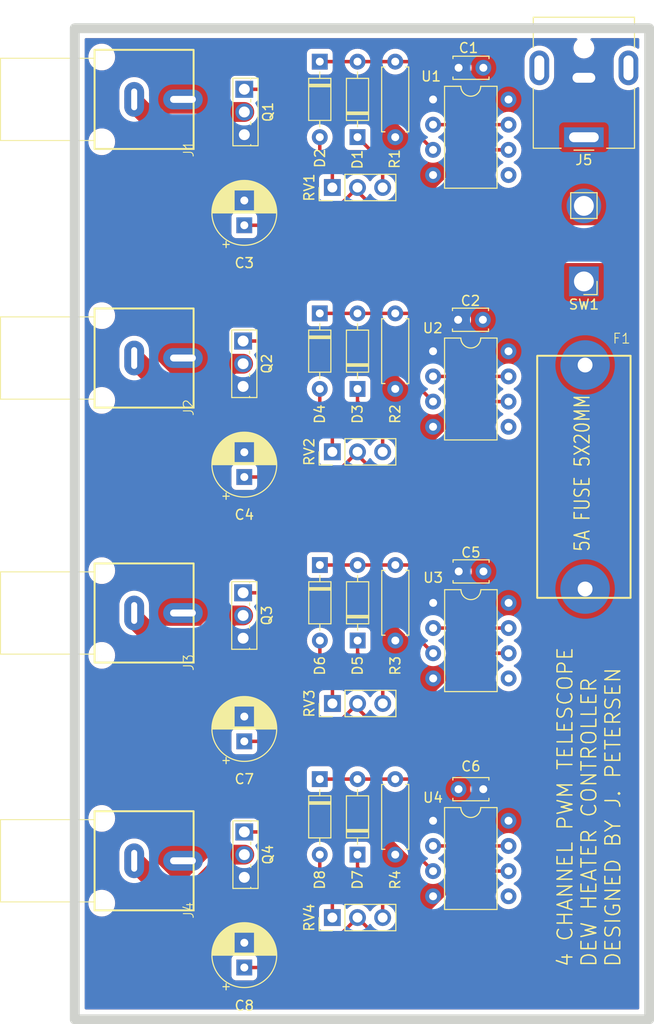
<source format=kicad_pcb>
(kicad_pcb (version 20221018) (generator pcbnew)
  (layers (0 "F.Cu" signal) (31 "B.Cu" signal) (34 "B.Paste" user) (35 "F.Paste" user) (36 "B.SilkS" user "B.Silkscreen") (37 "F.SilkS" user "F.Silkscreen") (38 "B.Mask" user) (39 "F.Mask" user) (44 "Edge.Cuts" user))
  (net 0 "")
  (net 1 "+12V")
  (net 2 "GND")
  (net 3 "Net-(U1-THR)")
  (net 4 "Net-(U2-THR)")
  (net 5 "Net-(U3-THR)")
  (net 6 "Net-(U4-THR)")
  (net 7 "Net-(D1-K)")
  (net 8 "Net-(D1-A)")
  (net 9 "Net-(D2-A)")
  (net 10 "Net-(D3-K)")
  (net 11 "Net-(D3-A)")
  (net 12 "Net-(D4-A)")
  (net 13 "Net-(D5-K)")
  (net 14 "Net-(D5-A)")
  (net 15 "Net-(D6-A)")
  (net 16 "Net-(D7-K)")
  (net 17 "Net-(D7-A)")
  (net 18 "Net-(D8-A)")
  (net 19 "Net-(SW1A-A)")
  (net 20 "Net-(J1-Ext)")
  (net 21 "Net-(J2-Ext)")
  (net 22 "Net-(J3-Ext)")
  (net 23 "Net-(J4-Ext)")
  (net 24 "Net-(Q1-G)")
  (net 25 "Net-(Q2-G)")
  (net 26 "Net-(Q3-G)")
  (net 27 "Net-(Q4-G)")
  (net 32 "Net-(SW1A-B)")
  (footprint "My Footprints:Fuseholder_Cylinder-5x20mm_Wuerth_696108003002_THT" (layer "F.Cu") (at 105.533321 69.98 -90)
    (fp_text reference "F1" (at -2.67 -3.686679 unlocked) (layer "F.SilkS") (effects (font (thickness 0.1))))
    (fp_text value "5A Fuse")
    (pad "1" thru_hole circle (at 0 0 270) (size 5 5) (drill 1.5) (layers "*.Cu" "*.Mask") (net 19 "Net-(SW1A-A)"))
    (pad "2" thru_hole circle (at 22.6 0 270) (size 5 5) (drill 1.5) (layers "*.Cu" "*.Mask") (net 1 "+12V"))
  )
  (footprint "My Footprints:KLPX-0848A-2" (layer "F.Cu") (at 66 48.18 90)
    (fp_text reference "J1" (at 0 -0.5 90 unlocked) (layer "F.SilkS") (effects (font (thickness 0.1))))
    (fp_text value "RCA1")
    (pad "" np_thru_hole circle (at 0.725 -9.275 90) (size 0.01 0.01) (drill 2.2) (layers "*.Mask"))
    (pad "" np_thru_hole circle (at 9.275 -9.275 90) (size 0.01 0.01) (drill 2.2) (layers "F&B.Cu" "*.Mask"))
    (pad "1" thru_hole oval (at 5 -1.075 90) (size 2 4) (drill oval 0.7 2.6) (layers "*.Cu" "*.Mask") (net 1 "+12V"))
    (pad "2" thru_hole oval (at 5 -6 90) (size 3.5 2) (drill oval 2.2 0.6) (layers "*.Cu" "*.Mask") (net 20 "Net-(J1-Ext)"))
  )
  (footprint "Capacitor_THT:C_Disc_D3.4mm_W2.1mm_P2.50mm" (layer "F.Cu") (at 92.75 112.776)
    (fp_text reference "C6" (at 1.25 -2.3) (layer "F.SilkS"))
    (fp_text value "0.1u")
    (pad "1" thru_hole circle (at 0 0) (size 1.6 1.6) (drill 0.8) (layers "*.Cu" "*.Mask") (net 1 "+12V"))
    (pad "2" thru_hole circle (at 2.5 0) (size 1.6 1.6) (drill 0.8) (layers "*.Cu" "*.Mask") (net 2 "GND"))
  )
  (footprint "Package_DIP:DIP-8_W7.62mm" (layer "F.Cu") (at 90.18 68.59)
    (fp_text reference "U2" (at -0.03 -2.33) (layer "F.SilkS"))
    (fp_text value "NE555P")
    (pad "1" thru_hole rect (at 0 0) (size 1.6 1.6) (drill 0.8) (layers "*.Cu" "*.Mask") (net 2 "GND"))
    (pad "2" thru_hole oval (at 0 2.54) (size 1.6 1.6) (drill 0.8) (layers "*.Cu" "*.Mask") (net 4 "Net-(U2-THR)"))
    (pad "3" thru_hole oval (at 0 5.08) (size 1.6 1.6) (drill 0.8) (layers "*.Cu" "*.Mask") (net 25 "Net-(Q2-G)"))
    (pad "4" thru_hole oval (at 0 7.62) (size 1.6 1.6) (drill 0.8) (layers "*.Cu" "*.Mask") (net 1 "+12V"))
    (pad "5" thru_hole oval (at 7.62 7.62) (size 1.6 1.6) (drill 0.8) (layers "*.Cu" "*.Mask"))
    (pad "6" thru_hole oval (at 7.62 5.08) (size 1.6 1.6) (drill 0.8) (layers "*.Cu" "*.Mask") (net 4 "Net-(U2-THR)"))
    (pad "7" thru_hole oval (at 7.62 2.54) (size 1.6 1.6) (drill 0.8) (layers "*.Cu" "*.Mask") (net 11 "Net-(D3-A)"))
    (pad "8" thru_hole oval (at 7.62 0) (size 1.6 1.6) (drill 0.8) (layers "*.Cu" "*.Mask") (net 1 "+12V"))
  )
  (footprint "Diode_THT:D_DO-35_SOD27_P7.62mm_Horizontal" (layer "F.Cu") (at 78.75 90.16 -90)
    (fp_text reference "D6" (at 10.16 0 90) (layer "F.SilkS"))
    (fp_text value "D")
    (pad "1" thru_hole rect (at 0 0 270) (size 1.6 1.6) (drill 0.8) (layers "*.Cu" "*.Mask") (net 14 "Net-(D5-A)"))
    (pad "2" thru_hole oval (at 7.62 0 270) (size 1.6 1.6) (drill 0.8) (layers "*.Cu" "*.Mask") (net 15 "Net-(D6-A)"))
  )
  (footprint "Capacitor_THT:CP_Radial_D6.3mm_P2.50mm" (layer "F.Cu") (at 71.12 107.95 90)
    (fp_text reference "C7" (at -3.81 0 180) (layer "F.SilkS"))
    (fp_text value "68u")
    (pad "1" thru_hole rect (at 0 0 90) (size 1.6 1.6) (drill 0.8) (layers "*.Cu" "*.Mask") (net 5 "Net-(U3-THR)"))
    (pad "2" thru_hole circle (at 2.5 0 90) (size 1.6 1.6) (drill 0.8) (layers "*.Cu" "*.Mask") (net 2 "GND"))
  )
  (footprint "Diode_THT:D_DO-35_SOD27_P7.62mm_Horizontal" (layer "F.Cu") (at 82.56 97.78 90)
    (fp_text reference "D5" (at -2.54 0 90) (layer "F.SilkS"))
    (fp_text value "D")
    (pad "1" thru_hole rect (at 0 0 90) (size 1.6 1.6) (drill 0.8) (layers "*.Cu" "*.Mask") (net 13 "Net-(D5-K)"))
    (pad "2" thru_hole oval (at 7.62 0 90) (size 1.6 1.6) (drill 0.8) (layers "*.Cu" "*.Mask") (net 14 "Net-(D5-A)"))
  )
  (footprint "Package_DIP:DIP-8_W7.62mm" (layer "F.Cu") (at 90.18 43.19)
    (fp_text reference "U1" (at -0.2 -2.33) (layer "F.SilkS"))
    (fp_text value "NE555P")
    (pad "1" thru_hole rect (at 0 0) (size 1.6 1.6) (drill 0.8) (layers "*.Cu" "*.Mask") (net 2 "GND"))
    (pad "2" thru_hole oval (at 0 2.54) (size 1.6 1.6) (drill 0.8) (layers "*.Cu" "*.Mask") (net 3 "Net-(U1-THR)"))
    (pad "3" thru_hole oval (at 0 5.08) (size 1.6 1.6) (drill 0.8) (layers "*.Cu" "*.Mask") (net 24 "Net-(Q1-G)"))
    (pad "4" thru_hole oval (at 0 7.62) (size 1.6 1.6) (drill 0.8) (layers "*.Cu" "*.Mask") (net 1 "+12V"))
    (pad "5" thru_hole oval (at 7.62 7.62) (size 1.6 1.6) (drill 0.8) (layers "*.Cu" "*.Mask"))
    (pad "6" thru_hole oval (at 7.62 5.08) (size 1.6 1.6) (drill 0.8) (layers "*.Cu" "*.Mask") (net 3 "Net-(U1-THR)"))
    (pad "7" thru_hole oval (at 7.62 2.54) (size 1.6 1.6) (drill 0.8) (layers "*.Cu" "*.Mask") (net 8 "Net-(D1-A)"))
    (pad "8" thru_hole oval (at 7.62 0) (size 1.6 1.6) (drill 0.8) (layers "*.Cu" "*.Mask") (net 1 "+12V"))
  )
  (footprint "Package_TO_SOT_THT:TO-251-3_Vertical" (layer "F.Cu") (at 71.12 42.16 -90)
    (fp_text reference "Q1" (at 2.29 -2.39 90) (layer "F.SilkS"))
    (fp_text value "Q_NMOS_GDS")
    (pad "1" thru_hole rect (at 0 0 270) (size 1.7175 1.8) (drill 1.1) (layers "*.Cu" "*.Mask") (net 24 "Net-(Q1-G)"))
    (pad "2" thru_hole oval (at 2.29 0 270) (size 1.7175 1.8) (drill 1.1) (layers "*.Cu" "*.Mask") (net 20 "Net-(J1-Ext)"))
    (pad "3" thru_hole oval (at 4.58 0 270) (size 1.7175 1.8) (drill 1.1) (layers "*.Cu" "*.Mask") (net 2 "GND"))
  )
  (footprint "Capacitor_THT:C_Disc_D3.4mm_W2.1mm_P2.50mm" (layer "F.Cu") (at 95.26 39.99 180)
    (fp_text reference "C1" (at 1.5 2) (layer "F.SilkS"))
    (fp_text value "0.1u")
    (pad "1" thru_hole circle (at 0 0 180) (size 1.6 1.6) (drill 0.8) (layers "*.Cu" "*.Mask") (net 1 "+12V"))
    (pad "2" thru_hole circle (at 2.5 0 180) (size 1.6 1.6) (drill 0.8) (layers "*.Cu" "*.Mask") (net 2 "GND"))
  )
  (footprint "Connector_PinHeader_2.54mm:PinHeader_1x03_P2.54mm_Vertical" (layer "F.Cu") (at 80.01 52.07 90)
    (fp_text reference "RV1" (at 0 -2.33 90) (layer "F.SilkS"))
    (fp_text value "100K POT")
    (pad "1" thru_hole rect (at 0 0 90) (size 1.7 1.7) (drill 1) (layers "*.Cu" "*.Mask") (net 9 "Net-(D2-A)"))
    (pad "2" thru_hole oval (at 0 2.54 90) (size 1.7 1.7) (drill 1) (layers "*.Cu" "*.Mask") (net 3 "Net-(U1-THR)"))
    (pad "3" thru_hole oval (at 0 5.08 90) (size 1.7 1.7) (drill 1) (layers "*.Cu" "*.Mask") (net 7 "Net-(D1-K)"))
  )
  (footprint "Diode_THT:D_DO-35_SOD27_P7.62mm_Horizontal" (layer "F.Cu") (at 78.74 39.37 -90)
    (fp_text reference "D2" (at 9.744935 -0.018197 90) (layer "F.SilkS"))
    (fp_text value "D")
    (pad "1" thru_hole rect (at 0 0 270) (size 1.6 1.6) (drill 0.8) (layers "*.Cu" "*.Mask") (net 8 "Net-(D1-A)"))
    (pad "2" thru_hole oval (at 7.62 0 270) (size 1.6 1.6) (drill 0.8) (layers "*.Cu" "*.Mask") (net 9 "Net-(D2-A)"))
  )
  (footprint "My Footprints:KLPX-0848A-2" (layer "F.Cu") (at 66 100 90)
    (fp_text reference "J3" (at 0 -0.5 90 unlocked) (layer "F.SilkS") (effects (font (thickness 0.1))))
    (fp_text value "RCA1")
    (pad "" np_thru_hole circle (at 0.725 -9.275 90) (size 0.01 0.01) (drill 2.2) (layers "*.Mask"))
    (pad "" np_thru_hole circle (at 9.275 -9.275 90) (size 0.01 0.01) (drill 2.2) (layers "F&B.Cu" "*.Mask"))
    (pad "1" thru_hole oval (at 5 -1.075 90) (size 2 4) (drill oval 0.7 2.6) (layers "*.Cu" "*.Mask") (net 1 "+12V"))
    (pad "2" thru_hole oval (at 5 -6 90) (size 3.5 2) (drill oval 2.2 0.6) (layers "*.Cu" "*.Mask") (net 22 "Net-(J3-Ext)"))
  )
  (footprint "Diode_THT:D_DO-35_SOD27_P7.62mm_Horizontal" (layer "F.Cu") (at 82.55 119.38 90)
    (fp_text reference "D7" (at -2.54 0 90) (layer "F.SilkS"))
    (fp_text value "D")
    (pad "1" thru_hole rect (at 0 0 90) (size 1.6 1.6) (drill 0.8) (layers "*.Cu" "*.Mask") (net 16 "Net-(D7-K)"))
    (pad "2" thru_hole oval (at 7.62 0 90) (size 1.6 1.6) (drill 0.8) (layers "*.Cu" "*.Mask") (net 17 "Net-(D7-A)"))
  )
  (footprint "Resistor_THT:R_Axial_DIN0207_L6.3mm_D2.5mm_P7.62mm_Horizontal" (layer "F.Cu") (at 86.36 46.99 90)
    (fp_text reference "R1" (at -2.211894 -0.058132 90) (layer "F.SilkS"))
    (fp_text value "1K")
    (pad "1" thru_hole circle (at 0 0 90) (size 1.6 1.6) (drill 0.8) (layers "*.Cu" "*.Mask") (net 1 "+12V"))
    (pad "2" thru_hole oval (at 7.62 0 90) (size 1.6 1.6) (drill 0.8) (layers "*.Cu" "*.Mask") (net 8 "Net-(D1-A)"))
  )
  (footprint "Package_DIP:DIP-8_W7.62mm" (layer "F.Cu") (at 90.18 115.961)
    (fp_text reference "U4" (at -0.01 -2.33) (layer "F.SilkS"))
    (fp_text value "NE555P")
    (pad "1" thru_hole rect (at 0 0) (size 1.6 1.6) (drill 0.8) (layers "*.Cu" "*.Mask") (net 2 "GND"))
    (pad "2" thru_hole oval (at 0 2.54) (size 1.6 1.6) (drill 0.8) (layers "*.Cu" "*.Mask") (net 6 "Net-(U4-THR)"))
    (pad "3" thru_hole oval (at 0 5.08) (size 1.6 1.6) (drill 0.8) (layers "*.Cu" "*.Mask") (net 27 "Net-(Q4-G)"))
    (pad "4" thru_hole oval (at 0 7.62) (size 1.6 1.6) (drill 0.8) (layers "*.Cu" "*.Mask") (net 1 "+12V"))
    (pad "5" thru_hole oval (at 7.62 7.62) (size 1.6 1.6) (drill 0.8) (layers "*.Cu" "*.Mask"))
    (pad "6" thru_hole oval (at 7.62 5.08) (size 1.6 1.6) (drill 0.8) (layers "*.Cu" "*.Mask") (net 6 "Net-(U4-THR)"))
    (pad "7" thru_hole oval (at 7.62 2.54) (size 1.6 1.6) (drill 0.8) (layers "*.Cu" "*.Mask") (net 17 "Net-(D7-A)"))
    (pad "8" thru_hole oval (at 7.62 0) (size 1.6 1.6) (drill 0.8) (layers "*.Cu" "*.Mask") (net 1 "+12V"))
  )
  (footprint "Capacitor_THT:C_Disc_D3.4mm_W2.1mm_P2.50mm" (layer "F.Cu") (at 95.27 90.805 180)
    (fp_text reference "C5" (at 1.27 1.905) (layer "F.SilkS"))
    (fp_text value "0.1u")
    (pad "1" thru_hole circle (at 0 0 180) (size 1.6 1.6) (drill 0.8) (layers "*.Cu" "*.Mask") (net 1 "+12V"))
    (pad "2" thru_hole circle (at 2.5 0 180) (size 1.6 1.6) (drill 0.8) (layers "*.Cu" "*.Mask") (net 2 "GND"))
  )
  (footprint "My Footprints:KLPX-0848A-2" (layer "F.Cu") (at 66 125 90)
    (fp_text reference "J4" (at 0 -0.5 90 unlocked) (layer "F.SilkS") (effects (font (thickness 0.1))))
    (fp_text value "RCA1")
    (pad "" np_thru_hole circle (at 0.725 -9.275 90) (size 0.01 0.01) (drill 2.2) (layers "*.Mask"))
    (pad "" np_thru_hole circle (at 9.275 -9.275 90) (size 0.01 0.01) (drill 2.2) (layers "F&B.Cu" "*.Mask"))
    (pad "1" thru_hole oval (at 5 -1.075 90) (size 2 4) (drill oval 0.7 2.6) (layers "*.Cu" "*.Mask") (net 1 "+12V"))
    (pad "2" thru_hole oval (at 5 -6 90) (size 3.5 2) (drill oval 2.2 0.6) (layers "*.Cu" "*.Mask") (net 23 "Net-(J4-Ext)"))
  )
  (footprint "Connector_BarrelJack:BarrelJack_CUI_PJ-063AH_Horizontal" (layer "F.Cu") (at 105.41 47 180)
    (fp_text reference "J5" (at 0 -2.3) (layer "F.SilkS"))
    (fp_text value "Barrel_Jack")
    (pad "" np_thru_hole circle (at 0 9 180) (size 1.6 1.6) (drill 1.6) (layers "*.Cu" "*.Mask"))
    (pad "1" thru_hole rect (at 0 0 180) (size 4 2) (drill oval 3 1) (layers "*.Cu" "*.Mask") (net 32 "Net-(SW1A-B)"))
    (pad "2" thru_hole oval (at 0 6 180) (size 3.3 2) (drill oval 2.3 1) (layers "*.Cu" "*.Mask") (net 2 "GND"))
    (pad "MP" thru_hole oval (at -4.5 7 180) (size 2 3.5) (drill oval 1 2.5) (layers "*.Cu" "*.Mask"))
    (pad "MP" thru_hole oval (at 4.5 7 180) (size 2 3.5) (drill oval 1 2.5) (layers "*.Cu" "*.Mask"))
  )
  (footprint "Package_TO_SOT_THT:TO-251-3_Vertical" (layer "F.Cu") (at 71 67.56 -90)
    (fp_text reference "Q2" (at 2.29 -2.39 90) (layer "F.SilkS"))
    (fp_text value "Q_NMOS_GDS")
    (pad "1" thru_hole rect (at 0 0 270) (size 1.7175 1.8) (drill 1.1) (layers "*.Cu" "*.Mask") (net 25 "Net-(Q2-G)"))
    (pad "2" thru_hole oval (at 2.29 0 270) (size 1.7175 1.8) (drill 1.1) (layers "*.Cu" "*.Mask") (net 21 "Net-(J2-Ext)"))
    (pad "3" thru_hole oval (at 4.58 0 270) (size 1.7175 1.8) (drill 1.1) (layers "*.Cu" "*.Mask") (net 2 "GND"))
  )
  (footprint "Capacitor_THT:C_Disc_D3.4mm_W2.1mm_P2.50mm" (layer "F.Cu") (at 95.21 65.415 180)
    (fp_text reference "C2" (at 1.25 1.915) (layer "F.SilkS"))
    (fp_text value "0.1u")
    (pad "1" thru_hole circle (at 0 0 180) (size 1.6 1.6) (drill 0.8) (layers "*.Cu" "*.Mask") (net 1 "+12V"))
    (pad "2" thru_hole circle (at 2.5 0 180) (size 1.6 1.6) (drill 0.8) (layers "*.Cu" "*.Mask") (net 2 "GND"))
  )
  (footprint "Capacitor_THT:CP_Radial_D6.3mm_P2.50mm" (layer "F.Cu") (at 71.12 130.77 90)
    (fp_text reference "C8" (at -3.85 0 180) (layer "F.SilkS"))
    (fp_text value "68u")
    (pad "1" thru_hole rect (at 0 0 90) (size 1.6 1.6) (drill 0.8) (layers "*.Cu" "*.Mask") (net 6 "Net-(U4-THR)"))
    (pad "2" thru_hole circle (at 2.5 0 90) (size 1.6 1.6) (drill 0.8) (layers "*.Cu" "*.Mask") (net 2 "GND"))
  )
  (footprint "Capacitor_THT:CP_Radial_D6.3mm_P2.50mm" (layer "F.Cu") (at 71.12 81.28 90)
    (fp_text reference "C4" (at -3.81 0) (layer "F.SilkS"))
    (fp_text value "68u")
    (pad "1" thru_hole rect (at 0 0 90) (size 1.6 1.6) (drill 0.8) (layers "*.Cu" "*.Mask") (net 4 "Net-(U2-THR)"))
    (pad "2" thru_hole circle (at 2.5 0 90) (size 1.6 1.6) (drill 0.8) (layers "*.Cu" "*.Mask") (net 2 "GND"))
  )
  (footprint "Package_DIP:DIP-8_W7.62mm" (layer "F.Cu") (at 90.19 93.98)
    (fp_text reference "U3" (at 0 -2.54) (layer "F.SilkS"))
    (fp_text value "NE555P")
    (pad "1" thru_hole rect (at 0 0) (size 1.6 1.6) (drill 0.8) (layers "*.Cu" "*.Mask") (net 2 "GND"))
    (pad "2" thru_hole oval (at 0 2.54) (size 1.6 1.6) (drill 0.8) (layers "*.Cu" "*.Mask") (net 5 "Net-(U3-THR)"))
    (pad "3" thru_hole oval (at 0 5.08) (size 1.6 1.6) (drill 0.8) (layers "*.Cu" "*.Mask") (net 26 "Net-(Q3-G)"))
    (pad "4" thru_hole oval (at 0 7.62) (size 1.6 1.6) (drill 0.8) (layers "*.Cu" "*.Mask") (net 1 "+12V"))
    (pad "5" thru_hole oval (at 7.62 7.62) (size 1.6 1.6) (drill 0.8) (layers "*.Cu" "*.Mask"))
    (pad "6" thru_hole oval (at 7.62 5.08) (size 1.6 1.6) (drill 0.8) (layers "*.Cu" "*.Mask") (net 5 "Net-(U3-THR)"))
    (pad "7" thru_hole oval (at 7.62 2.54) (size 1.6 1.6) (drill 0.8) (layers "*.Cu" "*.Mask") (net 14 "Net-(D5-A)"))
    (pad "8" thru_hole oval (at 7.62 0) (size 1.6 1.6) (drill 0.8) (layers "*.Cu" "*.Mask") (net 1 "+12V"))
  )
  (footprint "Connector_PinHeader_2.54mm:PinHeader_1x03_P2.54mm_Vertical" (layer "F.Cu") (at 80.01 78.74 90)
    (fp_text reference "RV2" (at 0 -2.33 90) (layer "F.SilkS"))
    (fp_text value "100K POT")
    (pad "1" thru_hole rect (at 0 0 90) (size 1.7 1.7) (drill 1) (layers "*.Cu" "*.Mask") (net 12 "Net-(D4-A)"))
    (pad "2" thru_hole oval (at 0 2.54 90) (size 1.7 1.7) (drill 1) (layers "*.Cu" "*.Mask") (net 4 "Net-(U2-THR)"))
    (pad "3" thru_hole oval (at 0 5.08 90) (size 1.7 1.7) (drill 1) (layers "*.Cu" "*.Mask") (net 10 "Net-(D3-K)"))
  )
  (footprint "Resistor_THT:R_Axial_DIN0207_L6.3mm_D2.5mm_P7.62mm_Horizontal" (layer "F.Cu") (at 86.36 72.39 90)
    (fp_text reference "R2" (at -2.54 0 90) (layer "F.SilkS"))
    (fp_text value "1K")
    (pad "1" thru_hole circle (at 0 0 90) (size 1.6 1.6) (drill 0.8) (layers "*.Cu" "*.Mask") (net 1 "+12V"))
    (pad "2" thru_hole oval (at 7.62 0 90) (size 1.6 1.6) (drill 0.8) (layers "*.Cu" "*.Mask") (net 11 "Net-(D3-A)"))
  )
  (footprint "Connector_PinHeader_2.54mm:PinHeader_1x02_P2.54mm_Vertical" (layer "F.Cu") (at 105.41 61.545 180)
    (fp_text reference "SW1" (at 0 -2.33) (layer "F.SilkS"))
    (fp_text value "SW_DPDT_x2")
    (pad "1" thru_hole rect (at 0 0 180) (size 3 3) (drill 2) (layers "*.Cu" "*.Mask") (net 19 "Net-(SW1A-A)"))
    (pad "2" thru_hole oval (at 0 7.62 180) (size 3.5 3.5) (drill 2) (layers "*.Cu" "*.Mask") (net 32 "Net-(SW1A-B)"))
  )
  (footprint "Diode_THT:D_DO-35_SOD27_P7.62mm_Horizontal" (layer "F.Cu") (at 78.74 64.77 -90)
    (fp_text reference "D4" (at 10.16 0 90) (layer "F.SilkS"))
    (fp_text value "D")
    (pad "1" thru_hole rect (at 0 0 270) (size 1.6 1.6) (drill 0.8) (layers "*.Cu" "*.Mask") (net 11 "Net-(D3-A)"))
    (pad "2" thru_hole oval (at 7.62 0 270) (size 1.6 1.6) (drill 0.8) (layers "*.Cu" "*.Mask") (net 12 "Net-(D4-A)"))
  )
  (footprint "My Footprints:KLPX-0848A-2" (layer "F.Cu") (at 66 74.275 90)
    (fp_text reference "J2" (at 0 -0.5 90 unlocked) (layer "F.SilkS") (effects (font (thickness 0.1))))
    (fp_text value "RCA1")
    (pad "" np_thru_hole circle (at 0.725 -9.275 90) (size 0.01 0.01) (drill 2.2) (layers "*.Mask"))
    (pad "" np_thru_hole circle (at 9.275 -9.275 90) (size 0.01 0.01) (drill 2.2) (layers "F&B.Cu" "*.Mask"))
    (pad "1" thru_hole oval (at 5 -1.075 90) (size 2 4) (drill oval 0.7 2.6) (layers "*.Cu" "*.Mask") (net 1 "+12V"))
    (pad "2" thru_hole oval (at 5 -6 90) (size 3.5 2) (drill oval 2.2 0.6) (layers "*.Cu" "*.Mask") (net 21 "Net-(J2-Ext)"))
  )
  (footprint "Resistor_THT:R_Axial_DIN0207_L6.3mm_D2.5mm_P7.62mm_Horizontal" (layer "F.Cu") (at 86.36 119.38 90)
    (fp_text reference "R4" (at -2.54 0 90) (layer "F.SilkS"))
    (fp_text value "1K")
    (pad "1" thru_hole circle (at 0 0 90) (size 1.6 1.6) (drill 0.8) (layers "*.Cu" "*.Mask") (net 1 "+12V"))
    (pad "2" thru_hole oval (at 7.62 0 90) (size 1.6 1.6) (drill 0.8) (layers "*.Cu" "*.Mask") (net 17 "Net-(D7-A)"))
  )
  (footprint "Resistor_THT:R_Axial_DIN0207_L6.3mm_D2.5mm_P7.62mm_Horizontal" (layer "F.Cu") (at 86.37 97.78 90)
    (fp_text reference "R3" (at -2.54 0 90) (layer "F.SilkS"))
    (fp_text value "1K")
    (pad "1" thru_hole circle (at 0 0 90) (size 1.6 1.6) (drill 0.8) (layers "*.Cu" "*.Mask") (net 1 "+12V"))
    (pad "2" thru_hole oval (at 7.62 0 90) (size 1.6 1.6) (drill 0.8) (layers "*.Cu" "*.Mask") (net 14 "Net-(D5-A)"))
  )
  (footprint "Connector_PinHeader_2.54mm:PinHeader_1x03_P2.54mm_Vertical" (layer "F.Cu") (at 80.01 125.73 90)
    (fp_text reference "RV4" (at 0 -2.33 90) (layer "F.SilkS"))
    (fp_text value "100K POT")
    (pad "1" thru_hole rect (at 0 0 90) (size 1.7 1.7) (drill 1) (layers "*.Cu" "*.Mask") (net 18 "Net-(D8-A)"))
    (pad "2" thru_hole oval (at 0 2.54 90) (size 1.7 1.7) (drill 1) (layers "*.Cu" "*.Mask") (net 6 "Net-(U4-THR)"))
    (pad "3" thru_hole oval (at 0 5.08 90) (size 1.7 1.7) (drill 1) (layers "*.Cu" "*.Mask") (net 16 "Net-(D7-K)"))
  )
  (footprint "Diode_THT:D_DO-35_SOD27_P7.62mm_Horizontal" (layer "F.Cu") (at 78.74 111.76 -90)
    (fp_text reference "D8" (at 10.16 0 90) (layer "F.SilkS"))
    (fp_text value "D")
    (pad "1" thru_hole rect (at 0 0 270) (size 1.6 1.6) (drill 0.8) (layers "*.Cu" "*.Mask") (net 17 "Net-(D7-A)"))
    (pad "2" thru_hole oval (at 7.62 0 270) (size 1.6 1.6) (drill 0.8) (layers "*.Cu" "*.Mask") (net 18 "Net-(D8-A)"))
  )
  (footprint "Diode_THT:D_DO-35_SOD27_P7.62mm_Horizontal" (layer "F.Cu") (at 82.55 72.39 90)
    (fp_text reference "D3" (at -2.54 0 90) (layer "F.SilkS"))
    (fp_text value "D")
    (pad "1" thru_hole rect (at 0 0 90) (size 1.6 1.6) (drill 0.8) (layers "*.Cu" "*.Mask") (net 10 "Net-(D3-K)"))
    (pad "2" thru_hole oval (at 7.62 0 90) (size 1.6 1.6) (drill 0.8) (layers "*.Cu" "*.Mask") (net 11 "Net-(D3-A)"))
  )
  (footprint "Package_TO_SOT_THT:TO-251-3_Vertical" (layer "F.Cu") (at 71 92.96 -90)
    (fp_text reference "Q3" (at 2.29 -2.39 90) (layer "F.SilkS"))
    (fp_text value "Q_NMOS_GDS")
    (pad "1" thru_hole rect (at 0 0 270) (size 1.7175 1.8) (drill 1.1) (layers "*.Cu" "*.Mask") (net 26 "Net-(Q3-G)"))
    (pad "2" thru_hole oval (at 2.29 0 270) (size 1.7175 1.8) (drill 1.1) (layers "*.Cu" "*.Mask") (net 22 "Net-(J3-Ext)"))
    (pad "3" thru_hole oval (at 4.58 0 270) (size 1.7175 1.8) (drill 1.1) (layers "*.Cu" "*.Mask") (net 2 "GND"))
  )
  (footprint "Package_TO_SOT_THT:TO-251-3_Vertical" (layer "F.Cu") (at 71.12 117.09 -90)
    (fp_text reference "Q4" (at 2.29 -2.39 90) (layer "F.SilkS"))
    (fp_text value "Q_NMOS_GDS")
    (pad "1" thru_hole rect (at 0 0 270) (size 1.7175 1.8) (drill 1.1) (layers "*.Cu" "*.Mask") (net 27 "Net-(Q4-G)"))
    (pad "2" thru_hole oval (at 2.29 0 270) (size 1.7175 1.8) (drill 1.1) (layers "*.Cu" "*.Mask") (net 23 "Net-(J4-Ext)"))
    (pad "3" thru_hole oval (at 4.58 0 270) (size 1.7175 1.8) (drill 1.1) (layers "*.Cu" "*.Mask") (net 2 "GND"))
  )
  (footprint "Capacitor_THT:CP_Radial_D6.3mm_P2.50mm" (layer "F.Cu") (at 71.12 55.88 90)
    (fp_text reference "C3" (at -3.81 0 180) (layer "F.SilkS"))
    (fp_text value "68u")
    (pad "1" thru_hole rect (at 0 0 90) (size 1.6 1.6) (drill 0.8) (layers "*.Cu" "*.Mask") (net 3 "Net-(U1-THR)"))
    (pad "2" thru_hole circle (at 2.5 0 90) (size 1.6 1.6) (drill 0.8) (layers "*.Cu" "*.Mask") (net 2 "GND"))
  )
  (footprint "Diode_THT:D_DO-35_SOD27_P7.62mm_Horizontal" (layer "F.Cu") (at 82.55 46.99 90)
    (fp_text reference "D1" (at -2.255373 -0.009098 90) (layer "F.SilkS"))
    (fp_text value "D")
    (pad "1" thru_hole rect (at 0 0 90) (size 1.6 1.6) (drill 0.8) (layers "*.Cu" "*.Mask") (net 7 "Net-(D1-K)"))
    (pad "2" thru_hole oval (at 7.62 0 90) (size 1.6 1.6) (drill 0.8) (layers "*.Cu" "*.Mask") (net 8 "Net-(D1-A)"))
  )
  (footprint "Connector_PinHeader_2.54mm:PinHeader_1x03_P2.54mm_Vertical" (layer "F.Cu") (at 80.02 104.13 90)
    (fp_text reference "RV3" (at 0 -2.33 90) (layer "F.SilkS"))
    (fp_text value "100K POT")
    (pad "1" thru_hole rect (at 0 0 90) (size 1.7 1.7) (drill 1) (layers "*.Cu" "*.Mask") (net 15 "Net-(D6-A)"))
    (pad "2" thru_hole oval (at 0 2.54 90) (size 1.7 1.7) (drill 1) (layers "*.Cu" "*.Mask") (net 5 "Net-(U3-THR)"))
    (pad "3" thru_hole oval (at 0 5.08 90) (size 1.7 1.7) (drill 1) (layers "*.Cu" "*.Mask") (net 13 "Net-(D5-K)"))
  )
  (gr_rect (start 54 36) (end 112 136) (stroke (width 1)) (fill none) (layer "Edge.Cuts"))
  (gr_text "4 CHANNEL PWM TELESCOPE\nDEW HEATER CONTROLLER\nDESIGNED BY J. PETERSEN" (at 109.22 130.81 90) (layer "F.SilkS") (effects (font (size 1.5 1.5)) (justify left bottom)))
  (gr_text "5A FUSE 5X20MM" (at 106.115353 88.9 90) (layer "F.SilkS") (effects (font (size 1.5 1.2)) (justify left bottom)))
  (segment (start 97.81 93.345) (end 97.81 93.98) (width 0.35) (layer "F.Cu") (net 1))
  (segment (start 86.36 119.38) (end 90.18 123.2) (width 0.35) (layer "F.Cu") (net 1))
  (segment (start 90.18 123.2) (end 90.18 123.581) (width 0.35) (layer "F.Cu") (net 1))
  (segment (start 86.36 72.39) (end 90.18 76.21) (width 0.35) (layer "F.Cu") (net 1))
  (segment (start 86.37 97.78) (end 90.19 101.6) (width 0.35) (layer "F.Cu") (net 1))
  (segment (start 86.36 46.99) (end 90.18 50.81) (width 0.35) (layer "F.Cu") (net 1))
  (segment (start 84.702304 54.61) (end 82.55 52.457696) (width 0.35) (layer "F.Cu") (net 3))
  (segment (start 88.9 54.61) (end 84.702304 54.61) (width 0.35) (layer "F.Cu") (net 3))
  (segment (start 82.55 52.457696) (end 82.55 52.07) (width 0.35) (layer "F.Cu") (net 3))
  (segment (start 90.18 45.73) (end 92.72 45.73) (width 0.35) (layer "F.Cu") (net 3))
  (segment (start 97.8 48.27) (end 95.24 48.27) (width 0.35) (layer "F.Cu") (net 3))
  (segment (start 95.26 48.27) (end 97.8 48.27) (width 0.35) (layer "F.Cu") (net 3))
  (segment (start 92.72 45.73) (end 95.26 48.27) (width 0.35) (layer "F.Cu") (net 3))
  (segment (start 71.12 55.88) (end 78.74 55.88) (width 0.35) (layer "F.Cu") (net 3))
  (segment (start 95.24 48.27) (end 88.9 54.61) (width 0.35) (layer "F.Cu") (net 3))
  (segment (start 78.74 55.88) (end 82.55 52.07) (width 0.35) (layer "F.Cu") (net 3))
  (segment (start 92.72 71.13) (end 95.26 73.67) (width 0.35) (layer "F.Cu") (net 4))
  (segment (start 90.18 71.13) (end 92.72 71.13) (width 0.35) (layer "F.Cu") (net 4))
  (segment (start 84.781975 81.28) (end 82.55 79.048025) (width 0.35) (layer "F.Cu") (net 4))
  (segment (start 82.55 78.74) (end 80.01 81.28) (width 0.35) (layer "F.Cu") (net 4))
  (segment (start 82.55 79.048025) (end 82.55 78.74) (width 0.35) (layer "F.Cu") (net 4))
  (segment (start 97.8 73.67) (end 95.24 73.67) (width 0.35) (layer "F.Cu") (net 4))
  (segment (start 80.01 81.28) (end 71.12 81.28) (width 0.35) (layer "F.Cu") (net 4))
  (segment (start 95.24 73.67) (end 87.63 81.28) (width 0.35) (layer "F.Cu") (net 4))
  (segment (start 97.8 73.67) (end 95.26 73.67) (width 0.35) (layer "F.Cu") (net 4))
  (segment (start 87.63 81.28) (end 84.781975 81.28) (width 0.35) (layer "F.Cu") (net 4))
  (segment (start 97.81 99.06) (end 95.25 99.06) (width 0.35) (layer "F.Cu") (net 5))
  (segment (start 92.73 96.52) (end 95.27 99.06) (width 0.35) (layer "F.Cu") (net 5))
  (segment (start 87.64 106.67) (end 84.61084 106.67) (width 0.35) (layer "F.Cu") (net 5))
  (segment (start 95.25 99.06) (end 87.64 106.67) (width 0.35) (layer "F.Cu") (net 5))
  (segment (start 90.19 96.52) (end 92.73 96.52) (width 0.35) (layer "F.Cu") (net 5))
  (segment (start 82.56 104.13) (end 78.74 107.95) (width 0.35) (layer "F.Cu") (net 5))
  (segment (start 84.61084 106.67) (end 82.56 104.61916) (width 0.35) (layer "F.Cu") (net 5))
  (segment (start 78.74 107.95) (end 71.12 107.95) (width 0.35) (layer "F.Cu") (net 5))
  (segment (start 97.81 99.06) (end 95.27 99.06) (width 0.35) (layer "F.Cu") (net 5))
  (segment (start 82.56 104.61916) (end 82.56 104.13) (width 0.35) (layer "F.Cu") (net 5))
  (segment (start 92.319 118.501) (end 94.859 121.041) (width 0.35) (layer "F.Cu") (net 6))
  (segment (start 82.55 125.73) (end 77.51 130.77) (width 0.35) (layer "F.Cu") (net 6))
  (segment (start 77.51 130.77) (end 71.12 130.77) (width 0.35) (layer "F.Cu") (net 6))
  (segment (start 87.63 128.27) (end 85.09 128.27) (width 0.35) (layer "F.Cu") (net 6))
  (segment (start 85.09 128.27) (end 82.55 125.73) (width 0.35) (layer "F.Cu") (net 6))
  (segment (start 97.8 121.041) (end 94.859 121.041) (width 0.35) (layer "F.Cu") (net 6))
  (segment (start 90.18 118.501) (end 92.319 118.501) (width 0.35) (layer "F.Cu") (net 6))
  (segment (start 94.859 121.041) (end 87.63 128.27) (width 0.35) (layer "F.Cu") (net 6))
  (segment (start 82.55 46.99) (end 85.09 49.53) (width 0.35) (layer "F.Cu") (net 7))
  (segment (start 85.09 49.53) (end 85.09 52.07) (width 0.35) (layer "F.Cu") (net 7))
  (segment (start 86.36 39.37) (end 82.55 39.37) (width 0.35) (layer "F.Cu") (net 8))
  (segment (start 95.603432 45.73) (end 89.243432 39.37) (width 0.35) (layer "F.Cu") (net 8))
  (segment (start 97.8 45.73) (end 95.603432 45.73) (width 0.35) (layer "F.Cu") (net 8))
  (segment (start 89.243432 39.37) (end 86.36 39.37) (width 0.35) (layer "F.Cu") (net 8))
  (segment (start 78.74 39.37) (end 82.55 39.37) (width 0.35) (layer "F.Cu") (net 8))
  (segment (start 78.74 46.99) (end 78.74 48.770896) (width 0.35) (layer "F.Cu") (net 9))
  (segment (start 80.01 50.040896) (end 80.01 52.07) (width 0.35) (layer "F.Cu") (net 9))
  (segment (start 78.74 48.770896) (end 80.01 50.040896) (width 0.35) (layer "F.Cu") (net 9))
  (segment (start 82.55 73.66) (end 85.09 76.2) (width 0.35) (layer "F.Cu") (net 10))
  (segment (start 82.55 72.39) (end 82.55 73.66) (width 0.35) (layer "F.Cu") (net 10))
  (segment (start 85.09 76.2) (end 85.09 78.74) (width 0.35) (layer "F.Cu") (net 10))
  (segment (start 78.74 64.77) (end 82.55 64.77) (width 0.35) (layer "F.Cu") (net 11))
  (segment (start 95.26 71.13) (end 97.8 71.13) (width 0.35) (layer "F.Cu") (net 11))
  (segment (start 86.36 64.77) (end 88.9 64.77) (width 0.35) (layer "F.Cu") (net 11))
  (segment (start 82.55 64.77) (end 86.36 64.77) (width 0.35) (layer "F.Cu") (net 11))
  (segment (start 88.9 64.77) (end 95.26 71.13) (width 0.35) (layer "F.Cu") (net 11))
  (segment (start 80.01 76.2) (end 80.01 78.74) (width 0.35) (layer "F.Cu") (net 12))
  (segment (start 78.74 74.93) (end 80.01 76.2) (width 0.35) (layer "F.Cu") (net 12))
  (segment (start 78.74 72.39) (end 78.74 74.93) (width 0.35) (layer "F.Cu") (net 12))
  (segment (start 85.1 101.61) (end 82.55 99.06) (width 0.35) (layer "F.Cu") (net 13))
  (segment (start 82.56 99.05) (end 82.56 97.78) (width 0.35) (layer "F.Cu") (net 13))
  (segment (start 85.1 104.13) (end 85.1 101.61) (width 0.35) (layer "F.Cu") (net 13))
  (segment (start 82.55 99.06) (end 82.56 99.05) (width 0.35) (layer "F.Cu") (net 13))
  (segment (start 88.89 90.16) (end 95.25 96.52) (width 0.35) (layer "F.Cu") (net 14))
  (segment (start 82.56 90.16) (end 86.37 90.16) (width 0.35) (layer "F.Cu") (net 14))
  (segment (start 86.37 90.16) (end 88.89 90.16) (width 0.35) (layer "F.Cu") (net 14))
  (segment (start 95.25 96.52) (end 97.81 96.52) (width 0.35) (layer "F.Cu") (net 14))
  (segment (start 78.75 90.16) (end 82.56 90.16) (width 0.35) (layer "F.Cu") (net 14))
  (segment (start 78.75 100.34) (end 80.02 101.61) (width 0.35) (layer "F.Cu") (net 15))
  (segment (start 80.02 101.61) (end 80.02 104.13) (width 0.35) (layer "F.Cu") (net 15))
  (segment (start 78.75 97.78) (end 78.75 100.34) (width 0.35) (layer "F.Cu") (net 15))
  (segment (start 82.55 120.65) (end 85.09 123.19) (width 0.35) (layer "F.Cu") (net 16))
  (segment (start 82.55 119.38) (end 82.55 120.65) (width 0.35) (layer "F.Cu") (net 16))
  (segment (start 85.09 123.19) (end 85.09 125.73) (width 0.35) (layer "F.Cu") (net 16))
  (segment (start 82.55 111.76) (end 86.36 111.76) (width 0.35) (layer "F.Cu") (net 17))
  (segment (start 95.641 118.501) (end 97.8 118.501) (width 0.35) (layer "F.Cu") (net 17))
  (segment (start 78.74 111.76) (end 82.55 111.76) (width 0.35) (layer "F.Cu") (net 17))
  (segment (start 88.9 111.76) (end 95.641 118.501) (width 0.35) (layer "F.Cu") (net 17))
  (segment (start 86.36 111.76) (end 88.9 111.76) (width 0.35) (layer "F.Cu") (net 17))
  (segment (start 78.74 119.38) (end 78.74 121.92) (width 0.35) (layer "F.Cu") (net 18))
  (segment (start 78.74 121.92) (end 80.01 123.19) (width 0.35) (layer "F.Cu") (net 18))
  (segment (start 80.01 123.19) (end 80.01 125.73) (width 0.35) (layer "F.Cu") (net 18))
  (segment (start 105.533321 69.98) (end 105.533321 64.893321) (width 8) (layer "F.Cu") (net 19))
  (segment (start 105.41 69.856679) (end 105.533321 69.98) (width 0.35) (layer "F.Cu") (net 19))
  (segment (start 60 43.18) (end 60 43.49) (width 2) (layer "F.Cu") (net 20))
  (segment (start 68.178932 46.121068) (end 69.85 44.45) (width 2) (layer "F.Cu") (net 20))
  (segment (start 60 43.49) (end 62.631068 46.121068) (width 2) (layer "F.Cu") (net 20))
  (segment (start 62.631068 46.121068) (end 68.178932 46.121068) (width 2) (layer "F.Cu") (net 20))
  (segment (start 69.85 44.45) (end 71.12 44.45) (width 2) (layer "F.Cu") (net 20))
  (segment (start 67.31 72.39) (end 69.85 69.85) (width 2) (layer "F.Cu") (net 21))
  (segment (start 69.85 69.85) (end 71 69.85) (width 2) (layer "F.Cu") (net 21))
  (segment (start 63.115 72.39) (end 67.31 72.39) (width 2) (layer "F.Cu") (net 21))
  (segment (start 60 69.275) (end 63.115 72.39) (width 2) (layer "F.Cu") (net 21))
  (segment (start 67.31 97.79) (end 69.85 95.25) (width 2) (layer "F.Cu") (net 22))
  (segment (start 62.23 97.79) (end 67.31 97.79) (width 2) (layer "F.Cu") (net 22))
  (segment (start 60 95) (end 60 95.56) (width 2) (layer "F.Cu") (net 22))
  (segment (start 69.85 95.25) (end 71 95.25) (width 2) (layer "F.Cu") (net 22))
  (segment (start 60 95.56) (end 62.23 97.79) (width 2) (layer "F.Cu") (net 22))
  (segment (start 66.04 123.19) (end 69.85 119.38) (width 2) (layer "F.Cu") (net 23))
  (segment (start 60 120) (end 63.19 123.19) (width 2) (layer "F.Cu") (net 23))
  (segment (start 63.19 123.19) (end 66.04 123.19) (width 2) (layer "F.Cu") (net 23))
  (segment (start 69.85 119.38) (end 71.12 119.38) (width 2) (layer "F.Cu") (net 23))
  (segment (start 86.36 44.45) (end 90.18 48.27) (width 0.35) (layer "F.Cu") (net 24))
  (segment (start 71.12 42.16) (end 81.53 42.16) (width 0.35) (layer "F.Cu") (net 24))
  (segment (start 81.53 42.16) (end 83.82 44.45) (width 0.35) (layer "F.Cu") (net 24))
  (segment (start 83.82 44.45) (end 86.36 44.45) (width 0.35) (layer "F.Cu") (net 24))
  (segment (start 90.18 73.67) (end 86.36 69.85) (width 0.35) (layer "F.Cu") (net 25))
  (segment (start 81.53 67.56) (end 71 67.56) (width 0.35) (layer "F.Cu") (net 25))
  (segment (start 83.82 69.85) (end 81.53 67.56) (width 0.35) (layer "F.Cu") (net 25))
  (segment (start 86.36 69.85) (end 83.82 69.85) (width 0.35) (layer "F.Cu") (net 25))
  (segment (start 81.53 92.96) (end 83.82 95.25) (width 0.35) (layer "F.Cu") (net 26))
  (segment (start 83.82 95.25) (end 86.38 95.25) (width 0.35) (layer "F.Cu") (net 26))
  (segment (start 86.38 95.25) (end 90.19 99.06) (width 0.35) (layer "F.Cu") (net 26))
  (segment (start 71 92.96) (end 81.53 92.96) (width 0.35) (layer "F.Cu") (net 26))
  (segment (start 71.12 117.09) (end 86.229 117.09) (width 0.35) (layer "F.Cu") (net 27))
  (segment (start 86.229 117.09) (end 90.18 121.041) (width 0.35) (layer "F.Cu") (net 27))
  (segment (start 105.41 47) (end 105.41 46.99) (width 0.35) (layer "F.Cu") (net 32))
  (segment (start 105.41 46.99) (end 105.41 50.8) (width 8) (layer "F.Cu") (net 32))
  (zone (net 19) (net_name "Net-(SW1A-A)") (layer "F.Cu") (priority 2) (connect_pads yes (clearance 0.5)) (min_thickness 0.25) (fill yes (thermal_gap 0.5) (thermal_bridge_width 0.5))
    (polygon (pts (xy 109.474 59.69) (xy 109.474 67.31) (xy 101.6 67.31) (xy 101.6 59.69)))
  )
  (zone (net 1) (net_name "+12V") (layer "F.Cu") (connect_pads yes (clearance 0.5)) (min_thickness 0.25) (fill yes (thermal_gap 0.5) (thermal_bridge_width 0.5))
    (polygon (pts (xy 55 37) (xy 111 37) (xy 111 135) (xy 55 135)))
  )
  (zone (net 32) (net_name "Net-(SW1A-B)") (layer "F.Cu") (priority 2) (connect_pads yes (clearance 0.5)) (min_thickness 0.25) (fill yes (thermal_gap 0.5) (thermal_bridge_width 0.5))
    (polygon (pts (xy 109.347 50.8) (xy 109.347 55.88) (xy 101.473 55.88) (xy 101.473 50.8)))
  )
  (zone (net 2) (net_name "GND") (layer "B.Cu") (priority 1) (connect_pads yes (clearance 0.5)) (min_thickness 0.25) (fill yes (thermal_gap 0.5) (thermal_bridge_width 0.5))
    (polygon (pts (xy 55 37) (xy 111 37) (xy 111 135) (xy 55 135)))
  )
)
</source>
